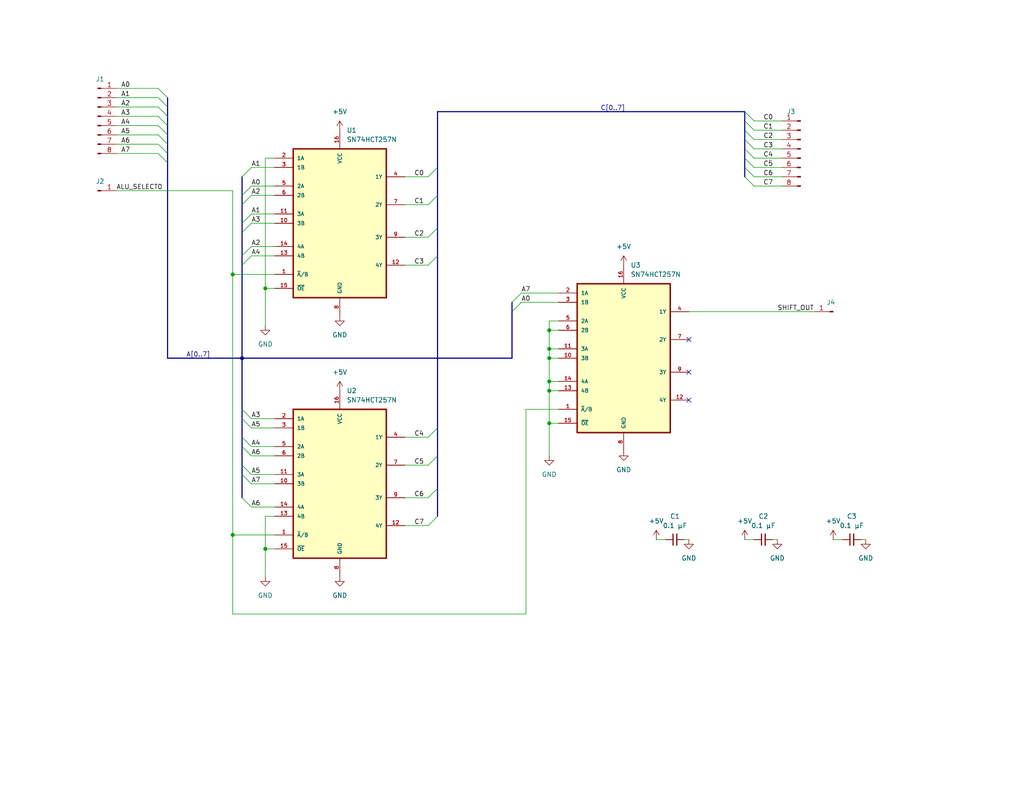
<source format=kicad_sch>
(kicad_sch (version 20211123) (generator eeschema)
  (paper "A")
  (title_block (title "i281 8-Bit Shifter") (date "2023-10-31") (rev "A") (company "sdmay24-14"))
  (lib_symbols
    (symbol "Connector:Conn_01x01_Male" (pin_names (offset 1.016) hide)
      (property "Reference" "J" (at 0 2.54 0))
      (property "Value" "Conn_01x01_Male" (at 0 -2.54 0))
      (symbol "Conn_01x01_Male_1_1"
        (polyline (pts (xy 1.27 0) (xy 0.8636 0)) (stroke (width 0.1524)))
        (rectangle (start 0.8636 0.127) (end 0 -0.127) (stroke (width 0.1524)) (fill (type outline)))
        (pin passive line (at 5.08 0 180) (length 3.81) (name "Pin_1") (number "1"))
      )
    )
    (symbol "Connector:Conn_01x08_Male" (pin_names (offset 1.016) hide)
      (property "Reference" "J" (at 0 10.16 0))
      (property "Value" "Conn_01x08_Male" (at 0 -12.7 0))
      (symbol "Conn_01x08_Male_1_1"
        (polyline (pts (xy 1.27 -10.16) (xy 0.8636 -10.16)) (stroke (width 0.1524)))
        (polyline (pts (xy 1.27 -7.62) (xy 0.8636 -7.62)) (stroke (width 0.1524)))
        (polyline (pts (xy 1.27 -5.08) (xy 0.8636 -5.08)) (stroke (width 0.1524)))
        (polyline (pts (xy 1.27 -2.54) (xy 0.8636 -2.54)) (stroke (width 0.1524)))
        (polyline (pts (xy 1.27 0) (xy 0.8636 0)) (stroke (width 0.1524)))
        (polyline (pts (xy 1.27 2.54) (xy 0.8636 2.54)) (stroke (width 0.1524)))
        (polyline (pts (xy 1.27 5.08) (xy 0.8636 5.08)) (stroke (width 0.1524)))
        (polyline (pts (xy 1.27 7.62) (xy 0.8636 7.62)) (stroke (width 0.1524)))
        (rectangle (start 0.8636 -10.033) (end 0 -10.287) (stroke (width 0.1524)) (fill (type outline)))
        (rectangle (start 0.8636 -7.493) (end 0 -7.747) (stroke (width 0.1524)) (fill (type outline)))
        (rectangle (start 0.8636 -4.953) (end 0 -5.207) (stroke (width 0.1524)) (fill (type outline)))
        (rectangle (start 0.8636 -2.413) (end 0 -2.667) (stroke (width 0.1524)) (fill (type outline)))
        (rectangle (start 0.8636 0.127) (end 0 -0.127) (stroke (width 0.1524)) (fill (type outline)))
        (rectangle (start 0.8636 2.667) (end 0 2.413) (stroke (width 0.1524)) (fill (type outline)))
        (rectangle (start 0.8636 5.207) (end 0 4.953) (stroke (width 0.1524)) (fill (type outline)))
        (rectangle (start 0.8636 7.747) (end 0 7.493) (stroke (width 0.1524)) (fill (type outline)))
        (pin passive line (at 5.08 7.62 180) (length 3.81) (name "Pin_1") (number "1"))
        (pin passive line (at 5.08 5.08 180) (length 3.81) (name "Pin_2") (number "2"))
        (pin passive line (at 5.08 2.54 180) (length 3.81) (name "Pin_3") (number "3"))
        (pin passive line (at 5.08 0 180) (length 3.81) (name "Pin_4") (number "4"))
        (pin passive line (at 5.08 -2.54 180) (length 3.81) (name "Pin_5") (number "5"))
        (pin passive line (at 5.08 -5.08 180) (length 3.81) (name "Pin_6") (number "6"))
        (pin passive line (at 5.08 -7.62 180) (length 3.81) (name "Pin_7") (number "7"))
        (pin passive line (at 5.08 -10.16 180) (length 3.81) (name "Pin_8") (number "8"))
      )
    )
    (symbol "Device:C_Small" (pin_numbers hide) (pin_names (offset 0.254) hide)
      (property "Reference" "C" (at 0.254 1.778 0))
      (property "Value" "C_Small" (at 0.254 -2.032 0))
      (symbol "C_Small_0_1"
        (polyline (pts (xy -1.524 -0.508) (xy 1.524 -0.508)) (stroke (width 0.3302)))
        (polyline (pts (xy -1.524 0.508) (xy 1.524 0.508)) (stroke (width 0.3048)))
      )
      (symbol "C_Small_1_1"
        (pin passive line (at 0 2.54 270) (length 2.032) (name "~") (number "1"))
        (pin passive line (at 0 -2.54 90) (length 2.032) (name "~") (number "2"))
      )
    )
    (symbol "SN74HCT257N:SN74HCT257N" (pin_names (offset 1.016))
      (property "Reference" "U?" (at 3.81 24.13 0))
      (property "Value" "SN74HCT257N" (at 7.62 21.59 0))
      (symbol "SN74HCT257N_0_0"
        (rectangle (start -12.7 -20.32) (end 12.7 20.32) (stroke (width 0.41)) (fill (type background)))
        (pin input line (at -17.78 -13.97 0) (length 5.08) (name "~{A}/B") (number "1"))
        (pin input line (at -17.78 0 0) (length 5.08) (name "3B") (number "10"))
        (pin input line (at -17.78 2.54 0) (length 5.08) (name "3A") (number "11"))
        (pin output line (at 17.78 -11.43 180) (length 5.08) (name "4Y") (number "12"))
        (pin input line (at -17.78 -8.89 0) (length 5.08) (name "4B") (number "13"))
        (pin input line (at -17.78 -6.35 0) (length 5.08) (name "4A") (number "14"))
        (pin input line (at -17.78 -17.78 0) (length 5.08) (name "~{OE}") (number "15"))
        (pin power_in line (at 0 25.4 270) (length 5.08) (name "VCC") (number "16"))
        (pin input line (at -17.78 17.78 0) (length 5.08) (name "1A") (number "2"))
        (pin input line (at -17.78 15.24 0) (length 5.08) (name "1B") (number "3"))
        (pin output line (at 17.78 12.7 180) (length 5.08) (name "1Y") (number "4"))
        (pin input line (at -17.78 10.16 0) (length 5.08) (name "2A") (number "5"))
        (pin input line (at -17.78 7.62 0) (length 5.08) (name "2B") (number "6"))
        (pin output line (at 17.78 5.08 180) (length 5.08) (name "2Y") (number "7"))
        (pin power_in line (at 0 -25.4 90) (length 5.08) (name "GND") (number "8"))
        (pin output line (at 17.78 -3.81 180) (length 5.08) (name "3Y") (number "9"))
      )
    )
    (symbol "power:+5V" (power) (pin_names (offset 0))
      (property "Value" "+5V" (at 0 3.556 0))
      (symbol "+5V_0_1"
        (polyline (pts (xy -0.762 1.27) (xy 0 2.54)))
        (polyline (pts (xy 0 0) (xy 0 2.54)))
        (polyline (pts (xy 0 2.54) (xy 0.762 1.27)))
      )
      (symbol "+5V_1_1"
        (pin power_in line (at 0 0 90) (length 0) hide (name "+5V") (number "1"))
      )
    )
    (symbol "power:GND" (power) (pin_names (offset 0))
      (property "Value" "GND" (at 0 -3.81 0))
      (symbol "GND_0_1"
        (polyline (pts (xy 0 0) (xy 0 -1.27) (xy 1.27 -1.27) (xy 0 -2.54) (xy -1.27 -1.27) (xy 0 -1.27)))
      )
      (symbol "GND_1_1"
        (pin power_in line (at 0 0 270) (length 0) hide (name "GND") (number "1"))
      )
    )
  )
  (junction (at 149.86 97.79))
  (junction (at 149.86 95.25))
  (junction (at 72.39 149.86))
  (junction (at 63.5 146.05))
  (junction (at 149.86 115.57))
  (junction (at 66.04 97.79))
  (junction (at 149.86 90.17))
  (junction (at 72.39 78.74))
  (junction (at 149.86 104.14))
  (junction (at 63.5 74.93))
  (junction (at 149.86 106.68))
  (no_connect (at 187.96 101.6))
  (no_connect (at 187.96 109.22))
  (no_connect (at 187.96 92.71))
  (bus_entry (at 203.2 30.48) (size 2.54 2.54))
  (bus_entry (at 43.18 34.29) (size 2.54 2.54))
  (bus_entry (at 68.58 60.96) (size -2.54 2.54))
  (bus_entry (at 203.2 38.1) (size 2.54 2.54))
  (bus_entry (at 203.2 33.02) (size 2.54 2.54))
  (bus_entry (at 203.2 35.56) (size 2.54 2.54))
  (bus_entry (at 43.18 24.13) (size 2.54 2.54))
  (bus_entry (at 119.38 116.84) (size -2.54 2.54))
  (bus_entry (at 66.04 127) (size 2.54 2.54))
  (bus_entry (at 66.04 111.76) (size 2.54 2.54))
  (bus_entry (at 43.18 39.37) (size 2.54 2.54))
  (bus_entry (at 203.2 40.64) (size 2.54 2.54))
  (bus_entry (at 119.38 62.23) (size -2.54 2.54))
  (bus_entry (at 66.04 114.3) (size 2.54 2.54))
  (bus_entry (at 68.58 53.34) (size -2.54 2.54))
  (bus_entry (at 66.04 129.54) (size 2.54 2.54))
  (bus_entry (at 68.58 45.72) (size -2.54 2.54))
  (bus_entry (at 66.04 135.89) (size 2.54 2.54))
  (bus_entry (at 43.18 26.67) (size 2.54 2.54))
  (bus_entry (at 119.38 133.35) (size -2.54 2.54))
  (bus_entry (at 68.58 58.42) (size -2.54 2.54))
  (bus_entry (at 119.38 69.85) (size -2.54 2.54))
  (bus_entry (at 119.38 45.72) (size -2.54 2.54))
  (bus_entry (at 43.18 36.83) (size 2.54 2.54))
  (bus_entry (at 203.2 43.18) (size 2.54 2.54))
  (bus_entry (at 119.38 53.34) (size -2.54 2.54))
  (bus_entry (at 68.58 67.31) (size -2.54 2.54))
  (bus_entry (at 119.38 140.97) (size -2.54 2.54))
  (bus_entry (at 43.18 31.75) (size 2.54 2.54))
  (bus_entry (at 43.18 41.91) (size 2.54 2.54))
  (bus_entry (at 66.04 121.92) (size 2.54 2.54))
  (bus_entry (at 142.24 82.55) (size -2.54 2.54))
  (bus_entry (at 142.24 80.01) (size -2.54 2.54))
  (bus_entry (at 68.58 69.85) (size -2.54 2.54))
  (bus_entry (at 43.18 29.21) (size 2.54 2.54))
  (bus_entry (at 203.2 48.26) (size 2.54 2.54))
  (bus_entry (at 119.38 124.46) (size -2.54 2.54))
  (bus_entry (at 66.04 119.38) (size 2.54 2.54))
  (bus_entry (at 68.58 50.8) (size -2.54 2.54))
  (bus_entry (at 203.2 45.72) (size 2.54 2.54))
  (bus (pts (xy 119.38 62.23) (xy 119.38 53.34)))
  (bus (pts (xy 203.2 33.02) (xy 203.2 35.56)))
  (wire (pts (xy 74.93 149.86) (xy 72.39 149.86)))
  (bus (pts (xy 119.38 69.85) (xy 119.38 62.23)))
  (wire (pts (xy 31.75 41.91) (xy 43.18 41.91)))
  (wire (pts (xy 110.49 55.88) (xy 116.84 55.88)))
  (bus (pts (xy 119.38 53.34) (xy 119.38 45.72)))
  (wire (pts (xy 149.86 106.68) (xy 149.86 115.57)))
  (bus (pts (xy 203.2 43.18) (xy 203.2 45.72)))
  (wire (pts (xy 68.58 69.85) (xy 74.93 69.85)))
  (wire (pts (xy 142.24 82.55) (xy 152.4 82.55)))
  (wire (pts (xy 68.58 121.92) (xy 74.93 121.92)))
  (wire (pts (xy 68.58 45.72) (xy 74.93 45.72)))
  (wire (pts (xy 210.82 147.32) (xy 212.09 147.32)))
  (wire (pts (xy 31.75 29.21) (xy 43.18 29.21)))
  (bus (pts (xy 66.04 119.38) (xy 66.04 121.92)))
  (wire (pts (xy 31.75 24.13) (xy 43.18 24.13)))
  (wire (pts (xy 110.49 127) (xy 116.84 127)))
  (wire (pts (xy 110.49 72.39) (xy 116.84 72.39)))
  (bus (pts (xy 66.04 63.5) (xy 66.04 69.85)))
  (bus (pts (xy 139.7 82.55) (xy 139.7 85.09)))
  (wire (pts (xy 143.51 167.64) (xy 143.51 111.76)))
  (wire (pts (xy 72.39 140.97) (xy 72.39 149.86)))
  (wire (pts (xy 72.39 78.74) (xy 72.39 88.9)))
  (wire (pts (xy 205.74 38.1) (xy 213.36 38.1)))
  (bus (pts (xy 66.04 97.79) (xy 139.7 97.79)))
  (wire (pts (xy 149.86 97.79) (xy 152.4 97.79)))
  (wire (pts (xy 31.75 31.75) (xy 43.18 31.75)))
  (wire (pts (xy 187.96 85.09) (xy 222.25 85.09)))
  (wire (pts (xy 149.86 87.63) (xy 149.86 90.17)))
  (bus (pts (xy 45.72 97.79) (xy 66.04 97.79)))
  (wire (pts (xy 205.74 40.64) (xy 213.36 40.64)))
  (bus (pts (xy 66.04 114.3) (xy 66.04 119.38)))
  (bus (pts (xy 66.04 97.79) (xy 66.04 111.76)))
  (wire (pts (xy 63.5 167.64) (xy 143.51 167.64)))
  (wire (pts (xy 110.49 48.26) (xy 116.84 48.26)))
  (bus (pts (xy 66.04 53.34) (xy 66.04 55.88)))
  (wire (pts (xy 110.49 119.38) (xy 116.84 119.38)))
  (bus (pts (xy 66.04 60.96) (xy 66.04 63.5)))
  (wire (pts (xy 142.24 80.01) (xy 152.4 80.01)))
  (wire (pts (xy 72.39 78.74) (xy 74.93 78.74)))
  (bus (pts (xy 45.72 34.29) (xy 45.72 36.83)))
  (bus (pts (xy 119.38 124.46) (xy 119.38 116.84)))
  (bus (pts (xy 119.38 116.84) (xy 119.38 69.85)))
  (wire (pts (xy 68.58 67.31) (xy 74.93 67.31)))
  (wire (pts (xy 68.58 53.34) (xy 74.93 53.34)))
  (bus (pts (xy 45.72 36.83) (xy 45.72 39.37)))
  (wire (pts (xy 149.86 115.57) (xy 149.86 124.46)))
  (wire (pts (xy 110.49 143.51) (xy 116.84 143.51)))
  (wire (pts (xy 68.58 129.54) (xy 74.93 129.54)))
  (bus (pts (xy 203.2 45.72) (xy 203.2 48.26)))
  (bus (pts (xy 66.04 72.39) (xy 66.04 97.79)))
  (bus (pts (xy 45.72 29.21) (xy 45.72 31.75)))
  (wire (pts (xy 31.75 36.83) (xy 43.18 36.83)))
  (wire (pts (xy 68.58 114.3) (xy 74.93 114.3)))
  (bus (pts (xy 66.04 48.26) (xy 66.04 53.34)))
  (wire (pts (xy 68.58 58.42) (xy 74.93 58.42)))
  (wire (pts (xy 149.86 97.79) (xy 149.86 104.14)))
  (bus (pts (xy 66.04 127) (xy 66.04 129.54)))
  (wire (pts (xy 149.86 106.68) (xy 152.4 106.68)))
  (wire (pts (xy 203.2 147.32) (xy 205.74 147.32)))
  (bus (pts (xy 45.72 44.45) (xy 45.72 97.79)))
  (wire (pts (xy 72.39 149.86) (xy 72.39 157.48)))
  (wire (pts (xy 205.74 50.8) (xy 213.36 50.8)))
  (wire (pts (xy 68.58 124.46) (xy 74.93 124.46)))
  (bus (pts (xy 66.04 69.85) (xy 66.04 72.39)))
  (wire (pts (xy 68.58 60.96) (xy 74.93 60.96)))
  (bus (pts (xy 66.04 121.92) (xy 66.04 127)))
  (wire (pts (xy 205.74 43.18) (xy 213.36 43.18)))
  (wire (pts (xy 149.86 95.25) (xy 149.86 97.79)))
  (wire (pts (xy 205.74 35.56) (xy 213.36 35.56)))
  (wire (pts (xy 186.69 147.32) (xy 187.96 147.32)))
  (wire (pts (xy 110.49 135.89) (xy 116.84 135.89)))
  (bus (pts (xy 66.04 111.76) (xy 66.04 114.3)))
  (bus (pts (xy 119.38 45.72) (xy 119.38 30.48)))
  (bus (pts (xy 119.38 133.35) (xy 119.38 124.46)))
  (bus (pts (xy 203.2 38.1) (xy 203.2 40.64)))
  (wire (pts (xy 205.74 48.26) (xy 213.36 48.26)))
  (wire (pts (xy 149.86 104.14) (xy 149.86 106.68)))
  (wire (pts (xy 31.75 52.07) (xy 63.5 52.07)))
  (wire (pts (xy 68.58 116.84) (xy 74.93 116.84)))
  (wire (pts (xy 63.5 146.05) (xy 63.5 167.64)))
  (wire (pts (xy 149.86 90.17) (xy 149.86 95.25)))
  (wire (pts (xy 234.95 147.32) (xy 236.22 147.32)))
  (wire (pts (xy 74.93 43.18) (xy 72.39 43.18)))
  (wire (pts (xy 31.75 26.67) (xy 43.18 26.67)))
  (wire (pts (xy 74.93 140.97) (xy 72.39 140.97)))
  (wire (pts (xy 68.58 50.8) (xy 74.93 50.8)))
  (wire (pts (xy 63.5 146.05) (xy 74.93 146.05)))
  (wire (pts (xy 143.51 111.76) (xy 152.4 111.76)))
  (bus (pts (xy 119.38 30.48) (xy 203.2 30.48)))
  (wire (pts (xy 68.58 132.08) (xy 74.93 132.08)))
  (bus (pts (xy 203.2 40.64) (xy 203.2 43.18)))
  (wire (pts (xy 149.86 104.14) (xy 152.4 104.14)))
  (bus (pts (xy 45.72 31.75) (xy 45.72 34.29)))
  (wire (pts (xy 63.5 74.93) (xy 63.5 146.05)))
  (wire (pts (xy 63.5 74.93) (xy 74.93 74.93)))
  (wire (pts (xy 152.4 115.57) (xy 149.86 115.57)))
  (wire (pts (xy 149.86 90.17) (xy 152.4 90.17)))
  (wire (pts (xy 179.07 147.32) (xy 181.61 147.32)))
  (wire (pts (xy 110.49 64.77) (xy 116.84 64.77)))
  (wire (pts (xy 72.39 43.18) (xy 72.39 78.74)))
  (bus (pts (xy 203.2 35.56) (xy 203.2 38.1)))
  (wire (pts (xy 31.75 39.37) (xy 43.18 39.37)))
  (bus (pts (xy 45.72 41.91) (xy 45.72 44.45)))
  (bus (pts (xy 45.72 26.67) (xy 45.72 29.21)))
  (wire (pts (xy 31.75 34.29) (xy 43.18 34.29)))
  (wire (pts (xy 68.58 138.43) (xy 74.93 138.43)))
  (bus (pts (xy 66.04 129.54) (xy 66.04 135.89)))
  (bus (pts (xy 203.2 30.48) (xy 203.2 33.02)))
  (wire (pts (xy 63.5 52.07) (xy 63.5 74.93)))
  (wire (pts (xy 227.33 147.32) (xy 229.87 147.32)))
  (wire (pts (xy 149.86 95.25) (xy 152.4 95.25)))
  (bus (pts (xy 139.7 85.09) (xy 139.7 97.79)))
  (wire (pts (xy 152.4 87.63) (xy 149.86 87.63)))
  (bus (pts (xy 45.72 39.37) (xy 45.72 41.91)))
  (bus (pts (xy 119.38 140.97) (xy 119.38 133.35)))
  (wire (pts (xy 205.74 45.72) (xy 213.36 45.72)))
  (bus (pts (xy 66.04 55.88) (xy 66.04 60.96)))
  (wire (pts (xy 205.74 33.02) (xy 213.36 33.02)))
  (label "C5" (at 113.03 127 0))
  (label "ALU_SELECT0" (at 31.75 52.07 0))
  (label "C4" (at 113.03 119.38 0))
  (label "C2" (at 208.28 38.1 0))
  (label "SHIFT_OUT" (at 212.09 85.09 0))
  (label "C3" (at 208.28 40.64 0))
  (label "A0" (at 33.02 24.13 0))
  (label "A1" (at 33.02 26.67 0))
  (label "A6" (at 68.58 124.46 0))
  (label "A2" (at 33.02 29.21 0))
  (label "A1" (at 68.58 45.72 0))
  (label "C0" (at 208.28 33.02 0))
  (label "C1" (at 208.28 35.56 0))
  (label "C6" (at 113.03 135.89 0))
  (label "A6" (at 33.02 39.37 0))
  (label "A7" (at 142.24 80.01 0))
  (label "A6" (at 68.58 138.43 0))
  (label "C5" (at 208.28 45.72 0))
  (label "A5" (at 33.02 36.83 0))
  (label "A0" (at 142.24 82.55 0))
  (label "A7" (at 68.58 132.08 0))
  (label "C1" (at 113.03 55.88 0))
  (label "C7" (at 113.03 143.51 0))
  (label "C[0..7]" (at 163.83 30.48 0))
  (label "A3" (at 68.58 114.3 0))
  (label "A3" (at 33.02 31.75 0))
  (label "A1" (at 68.58 58.42 0))
  (label "A0" (at 68.58 50.8 0))
  (label "C4" (at 208.28 43.18 0))
  (label "C0" (at 113.03 48.26 0))
  (label "A5" (at 68.58 129.54 0))
  (label "A4" (at 33.02 34.29 0))
  (label "A[0..7]" (at 50.8 97.79 0))
  (label "C2" (at 113.03 64.77 0))
  (label "A2" (at 68.58 67.31 0))
  (label "A2" (at 68.58 53.34 0))
  (label "C7" (at 208.28 50.8 0))
  (label "A7" (at 33.02 41.91 0))
  (label "A4" (at 68.58 121.92 0))
  (label "A5" (at 68.58 116.84 0))
  (label "A4" (at 68.58 69.85 0))
  (label "C3" (at 113.03 72.39 0))
  (label "A3" (at 68.58 60.96 0))
  (label "C6" (at 208.28 48.26 0))
  (symbol (lib_id "power:GND") (at 212.09 147.32 0) (unit 1)
    (property "Reference" "#PWR?" (effects hide))
    (property "Value" "GND" (at 212.09 152.4 0))
  )
  (symbol (lib_id "power:GND") (at 149.86 124.46 0) (unit 1)
    (property "Reference" "#PWR?" (effects hide))
    (property "Value" "GND" (at 149.86 129.54 0))
  )
  (symbol (lib_id "Device:C_Small") (at 208.28 147.32 90) (unit 1)
    (property "Reference" "C2" (at 208.2863 140.97 90))
    (property "Value" "0.1 µF" (at 208.2863 143.51 90))
  )
  (symbol (lib_id "power:GND") (at 187.96 147.32 0) (unit 1)
    (property "Reference" "#PWR?" (effects hide))
    (property "Value" "GND" (at 187.96 152.4 0))
  )
  (symbol (lib_id "SN74HCT257N:SN74HCT257N") (at 170.18 97.79 0) (unit 1)
    (property "Reference" "U3" (at 172.0597 72.39 0) (effects (justify left)))
    (property "Value" "SN74HCT257N" (at 172.0597 74.93 0) (effects (justify left)))
    (property "Footprint" "SN74HCT257N:DIP794W45P254L1969H508Q16" (effects hide))
    (property "MF" "Texas Instruments" (effects hide))
    (property "Description" "\nQuadruple 2-Line To 1-Line Data Selectors/Multiplexers With 3-State Outputs\n" (effects hide))
    (property "Package" "PDIP-16 Texas Instruments" (effects hide))
    (property "Price" "None" (effects hide))
    (property "SnapEDA_Link" "https://www.snapeda.com/parts/SN74HCT257N/Texas+Instruments/view-part/?ref=snap" (effects hide))
    (property "MP" "SN74HCT257N" (effects hide))
    (property "Purchase-URL" "https://www.snapeda.com/api/url_track_click_mouser/?unipart_id=1189263&manufacturer=Texas Instruments&part_name=SN74HCT257N&search_term=None" (effects hide))
    (property "Availability" "In Stock" (effects hide))
    (property "Check_prices" "https://www.snapeda.com/parts/SN74HCT257N/Texas+Instruments/view-part/?ref=eda" (effects hide))
  )
  (symbol (lib_id "Connector:Conn_01x01_Male") (at 26.67 52.07 0) (unit 1)
    (property "Reference" "J2" (at 27.305 49.53 0))
    (property "Value" "Conn_01x01_Male" (effects hide))
  )
  (symbol (lib_id "power:GND") (at 92.71 86.36 0) (unit 1)
    (property "Reference" "#PWR?" (effects hide))
    (property "Value" "GND" (at 92.71 91.44 0))
  )
  (symbol (lib_id "power:GND") (at 72.39 88.9 0) (unit 1)
    (property "Reference" "#PWR?" (effects hide))
    (property "Value" "GND" (at 72.39 93.98 0))
  )
  (symbol (lib_id "power:GND") (at 170.18 123.19 0) (unit 1)
    (property "Reference" "#PWR?" (effects hide))
    (property "Value" "GND" (at 170.18 128.27 0))
  )
  (symbol (lib_id "Connector:Conn_01x08_Male") (at 26.67 31.75 0) (unit 1)
    (property "Reference" "J1" (at 27.305 21.59 0))
    (property "Value" "Conn_01x08_Male" (effects hide))
  )
  (symbol (lib_id "power:+5V") (at 92.71 106.68 0) (unit 1)
    (property "Reference" "#PWR?" (effects hide))
    (property "Value" "+5V" (at 92.71 101.6 0))
  )
  (symbol (lib_id "power:+5V") (at 203.2 147.32 0) (unit 1)
    (property "Reference" "#PWR?" (effects hide))
    (property "Value" "+5V" (at 203.2 142.24 0))
  )
  (symbol (lib_id "power:+5V") (at 179.07 147.32 0) (unit 1)
    (property "Reference" "#PWR?" (effects hide))
    (property "Value" "+5V" (at 179.07 142.24 0))
  )
  (symbol (lib_id "power:GND") (at 236.22 147.32 0) (unit 1)
    (property "Reference" "#PWR?" (effects hide))
    (property "Value" "GND" (at 236.22 152.4 0))
  )
  (symbol (lib_id "Connector:Conn_01x08_Male") (at 218.44 40.64 0) (mirror y) (unit 1)
    (property "Reference" "J3" (at 214.63 30.48 0) (effects (justify right)))
    (property "Value" "Conn_01x08_Male" (effects hide))
  )
  (symbol (lib_id "power:+5V") (at 227.33 147.32 0) (unit 1)
    (property "Reference" "#PWR?" (effects hide))
    (property "Value" "+5V" (at 227.33 142.24 0))
  )
  (symbol (lib_id "Device:C_Small") (at 232.41 147.32 90) (unit 1)
    (property "Reference" "C3" (at 232.4163 140.97 90))
    (property "Value" "0.1 µF" (at 232.4163 143.51 90))
  )
  (symbol (lib_id "Connector:Conn_01x01_Male") (at 227.33 85.09 0) (mirror y) (unit 1)
    (property "Reference" "J4" (at 226.695 82.55 0))
    (property "Value" "Conn_01x01_Male" (effects hide))
  )
  (symbol (lib_id "SN74HCT257N:SN74HCT257N") (at 92.71 60.96 0) (unit 1)
    (property "Reference" "U1" (at 94.5897 35.56 0) (effects (justify left)))
    (property "Value" "SN74HCT257N" (at 94.5897 38.1 0) (effects (justify left)))
    (property "Footprint" "SN74HCT257N:DIP794W45P254L1969H508Q16" (effects hide))
    (property "MF" "Texas Instruments" (effects hide))
    (property "Description" "\nQuadruple 2-Line To 1-Line Data Selectors/Multiplexers With 3-State Outputs\n" (effects hide))
    (property "Package" "PDIP-16 Texas Instruments" (effects hide))
    (property "Price" "None" (effects hide))
    (property "SnapEDA_Link" "https://www.snapeda.com/parts/SN74HCT257N/Texas+Instruments/view-part/?ref=snap" (effects hide))
    (property "MP" "SN74HCT257N" (effects hide))
    (property "Purchase-URL" "https://www.snapeda.com/api/url_track_click_mouser/?unipart_id=1189263&manufacturer=Texas Instruments&part_name=SN74HCT257N&search_term=None" (effects hide))
    (property "Availability" "In Stock" (effects hide))
    (property "Check_prices" "https://www.snapeda.com/parts/SN74HCT257N/Texas+Instruments/view-part/?ref=eda" (effects hide))
  )
  (symbol (lib_id "Device:C_Small") (at 184.15 147.32 90) (unit 1)
    (property "Reference" "C1" (at 184.1563 140.97 90))
    (property "Value" "0.1 µF" (at 184.1563 143.51 90))
  )
  (symbol (lib_id "SN74HCT257N:SN74HCT257N") (at 92.71 132.08 0) (unit 1)
    (property "Reference" "U2" (at 94.5897 106.68 0) (effects (justify left)))
    (property "Value" "SN74HCT257N" (at 94.5897 109.22 0) (effects (justify left)))
    (property "Footprint" "SN74HCT257N:DIP794W45P254L1969H508Q16" (effects hide))
    (property "MF" "Texas Instruments" (effects hide))
    (property "Description" "\nQuadruple 2-Line To 1-Line Data Selectors/Multiplexers With 3-State Outputs\n" (effects hide))
    (property "Package" "PDIP-16 Texas Instruments" (effects hide))
    (property "Price" "None" (effects hide))
    (property "SnapEDA_Link" "https://www.snapeda.com/parts/SN74HCT257N/Texas+Instruments/view-part/?ref=snap" (effects hide))
    (property "MP" "SN74HCT257N" (effects hide))
    (property "Purchase-URL" "https://www.snapeda.com/api/url_track_click_mouser/?unipart_id=1189263&manufacturer=Texas Instruments&part_name=SN74HCT257N&search_term=None" (effects hide))
    (property "Availability" "In Stock" (effects hide))
    (property "Check_prices" "https://www.snapeda.com/parts/SN74HCT257N/Texas+Instruments/view-part/?ref=eda" (effects hide))
  )
  (symbol (lib_id "power:+5V") (at 92.71 35.56 0) (unit 1)
    (property "Reference" "#PWR?" (effects hide))
    (property "Value" "+5V" (at 92.71 30.48 0))
  )
  (symbol (lib_id "power:GND") (at 72.39 157.48 0) (unit 1)
    (property "Reference" "#PWR?" (effects hide))
    (property "Value" "GND" (at 72.39 162.56 0))
  )
  (symbol (lib_id "power:+5V") (at 170.18 72.39 0) (unit 1)
    (property "Reference" "#PWR?" (effects hide))
    (property "Value" "+5V" (at 170.18 67.31 0))
  )
  (symbol (lib_id "power:GND") (at 92.71 157.48 0) (unit 1)
    (property "Reference" "#PWR?" (effects hide))
    (property "Value" "GND" (at 92.71 162.56 0))
  )
)
</source>
